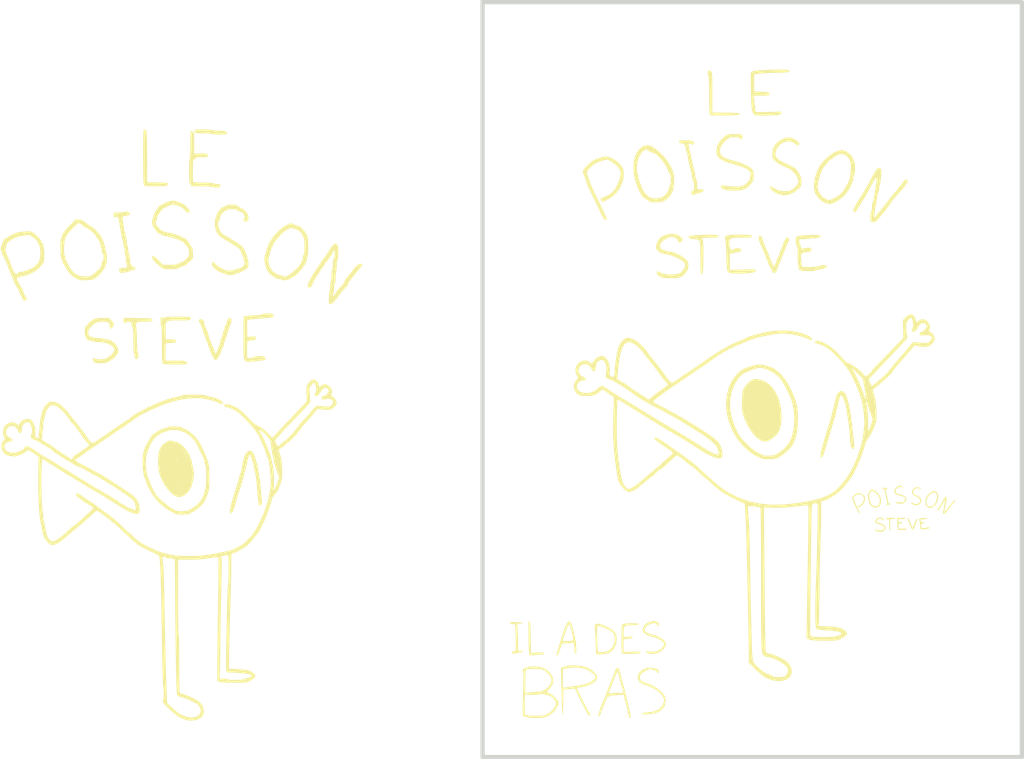
<source format=kicad_pcb>
(kicad_pcb (version 20240108) (generator "pcbnew") (generator_version "8.0")
  (layers (0 "F.Cu" signal) (31 "B.Cu" signal) (34 "B.Paste" user) (35 "F.Paste" user) (36 "B.SilkS" user "B.Silkscreen") (37 "F.SilkS" user "F.Silkscreen") (38 "B.Mask" user) (39 "F.Mask" user) (44 "Edge.Cuts" user))
  (net 0 "")
  (footprint "LOGO" (layer "F.Cu") (at 154 117.5)
    (property "Reference" "G***" (hide yes))
    (property "Value" "LOGO" (hide yes))
  )
  (footprint "LOGO" (layer "F.Cu") (at 161.5 104)
    (property "Reference" "G***" (hide yes))
    (property "Value" "LOGO" (hide yes))
  )
  (footprint "LOGO" (layer "F.Cu") (at 153 90.5)
    (property "Reference" "G***" (hide yes))
    (property "Value" "LOGO" (hide yes))
  )
  (footprint "LOGO" (layer "F.Cu") (at 135 106)
    (property "Reference" "G***" (hide yes))
    (property "Value" "LOGO" (hide yes))
  )
  (footprint "LOGO" (layer "F.Cu") (at 161.5 104)
    (property "Reference" "G***" (hide yes))
    (property "Value" "LOGO" (hide yes))
  )
  (footprint "LOGO" (layer "F.Cu") (at 168.5 110)
    (property "Reference" "G***" (hide yes))
    (property "Value" "LOGO" (hide yes))
  )
  (footprint "LOGO" (layer "F.Cu") (at 153 89)
    (property "Reference" "G***" (hide yes))
    (property "Value" "LOGO" (hide yes))
  )
  (footprint "LOGO" (layer "F.Cu") (at 135 106)
    (property "Reference" "G***" (hide yes))
    (property "Value" "LOGO" (hide yes))
  )
  (gr_rect (start 149 86.5) (end 174 121.5) (stroke (width 0.2)) (fill none) (layer "Edge.Cuts"))
)
</source>
